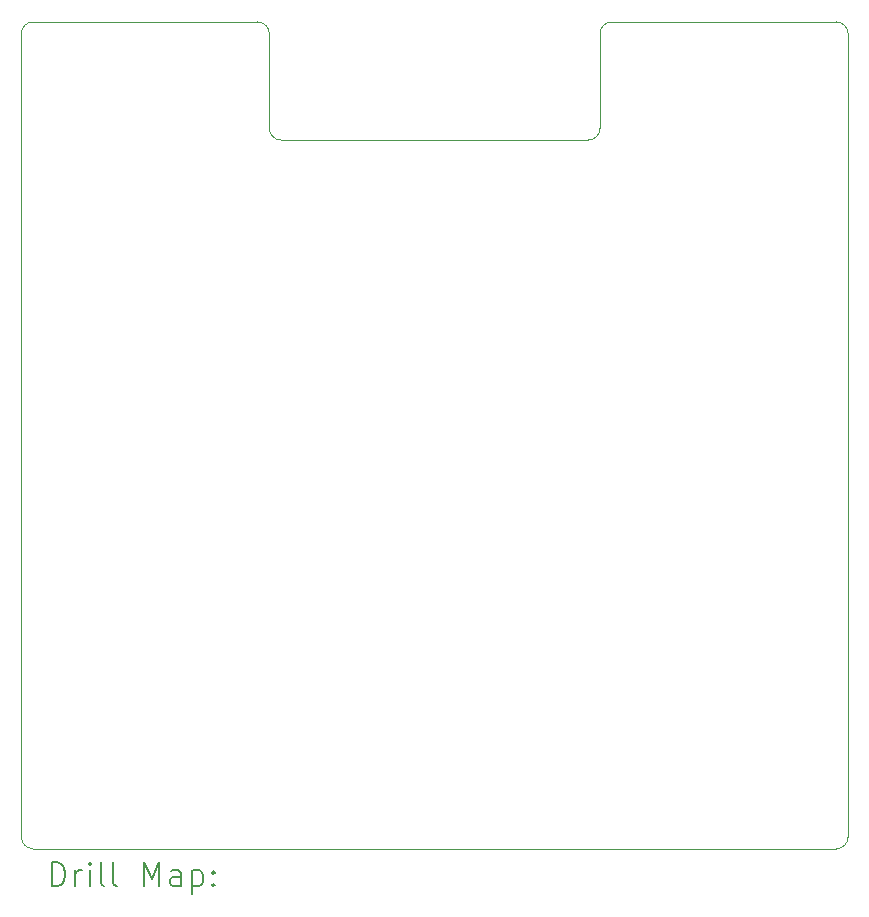
<source format=gbr>
%TF.GenerationSoftware,KiCad,Pcbnew,8.0.0*%
%TF.CreationDate,2024-03-16T12:32:34-04:00*%
%TF.ProjectId,AMP_PCBv3,414d505f-5043-4427-9633-2e6b69636164,A*%
%TF.SameCoordinates,Original*%
%TF.FileFunction,Drillmap*%
%TF.FilePolarity,Positive*%
%FSLAX45Y45*%
G04 Gerber Fmt 4.5, Leading zero omitted, Abs format (unit mm)*
G04 Created by KiCad (PCBNEW 8.0.0) date 2024-03-16 12:32:34*
%MOMM*%
%LPD*%
G01*
G04 APERTURE LIST*
%ADD10C,0.100000*%
%ADD11C,0.200000*%
G04 APERTURE END LIST*
D10*
X17775000Y-6850000D02*
G75*
G02*
X17875000Y-6950000I0J-100000D01*
G01*
X17875000Y-13750000D02*
G75*
G02*
X17775000Y-13850000I-100000J0D01*
G01*
X12975000Y-6950000D02*
X12975000Y-7750000D01*
X13075000Y-7850000D02*
X15675000Y-7850000D01*
X17875000Y-13750000D02*
X17875000Y-6950000D01*
X12875000Y-6850000D02*
G75*
G02*
X12975000Y-6950000I0J-100000D01*
G01*
X10875000Y-13750000D02*
X10875000Y-6950000D01*
X15875000Y-6850000D02*
X17775000Y-6850000D01*
X15775000Y-6950000D02*
G75*
G02*
X15875000Y-6850000I100000J0D01*
G01*
X15775000Y-7750000D02*
G75*
G02*
X15675000Y-7850000I-100000J0D01*
G01*
X15775000Y-6950000D02*
X15775000Y-7750000D01*
X10875000Y-6950000D02*
G75*
G02*
X10975000Y-6850000I100000J0D01*
G01*
X10975000Y-13850000D02*
X17775000Y-13850000D01*
X10975000Y-6850000D02*
X12875000Y-6850000D01*
X10975000Y-13850000D02*
G75*
G02*
X10875000Y-13750000I0J100000D01*
G01*
X13075000Y-7850000D02*
G75*
G02*
X12975000Y-7750000I0J100000D01*
G01*
D11*
X11130777Y-14166484D02*
X11130777Y-13966484D01*
X11130777Y-13966484D02*
X11178396Y-13966484D01*
X11178396Y-13966484D02*
X11206967Y-13976008D01*
X11206967Y-13976008D02*
X11226015Y-13995055D01*
X11226015Y-13995055D02*
X11235539Y-14014103D01*
X11235539Y-14014103D02*
X11245062Y-14052198D01*
X11245062Y-14052198D02*
X11245062Y-14080769D01*
X11245062Y-14080769D02*
X11235539Y-14118865D01*
X11235539Y-14118865D02*
X11226015Y-14137912D01*
X11226015Y-14137912D02*
X11206967Y-14156960D01*
X11206967Y-14156960D02*
X11178396Y-14166484D01*
X11178396Y-14166484D02*
X11130777Y-14166484D01*
X11330777Y-14166484D02*
X11330777Y-14033150D01*
X11330777Y-14071246D02*
X11340301Y-14052198D01*
X11340301Y-14052198D02*
X11349824Y-14042674D01*
X11349824Y-14042674D02*
X11368872Y-14033150D01*
X11368872Y-14033150D02*
X11387920Y-14033150D01*
X11454586Y-14166484D02*
X11454586Y-14033150D01*
X11454586Y-13966484D02*
X11445062Y-13976008D01*
X11445062Y-13976008D02*
X11454586Y-13985531D01*
X11454586Y-13985531D02*
X11464110Y-13976008D01*
X11464110Y-13976008D02*
X11454586Y-13966484D01*
X11454586Y-13966484D02*
X11454586Y-13985531D01*
X11578396Y-14166484D02*
X11559348Y-14156960D01*
X11559348Y-14156960D02*
X11549824Y-14137912D01*
X11549824Y-14137912D02*
X11549824Y-13966484D01*
X11683158Y-14166484D02*
X11664110Y-14156960D01*
X11664110Y-14156960D02*
X11654586Y-14137912D01*
X11654586Y-14137912D02*
X11654586Y-13966484D01*
X11911729Y-14166484D02*
X11911729Y-13966484D01*
X11911729Y-13966484D02*
X11978396Y-14109341D01*
X11978396Y-14109341D02*
X12045062Y-13966484D01*
X12045062Y-13966484D02*
X12045062Y-14166484D01*
X12226015Y-14166484D02*
X12226015Y-14061722D01*
X12226015Y-14061722D02*
X12216491Y-14042674D01*
X12216491Y-14042674D02*
X12197443Y-14033150D01*
X12197443Y-14033150D02*
X12159348Y-14033150D01*
X12159348Y-14033150D02*
X12140301Y-14042674D01*
X12226015Y-14156960D02*
X12206967Y-14166484D01*
X12206967Y-14166484D02*
X12159348Y-14166484D01*
X12159348Y-14166484D02*
X12140301Y-14156960D01*
X12140301Y-14156960D02*
X12130777Y-14137912D01*
X12130777Y-14137912D02*
X12130777Y-14118865D01*
X12130777Y-14118865D02*
X12140301Y-14099817D01*
X12140301Y-14099817D02*
X12159348Y-14090293D01*
X12159348Y-14090293D02*
X12206967Y-14090293D01*
X12206967Y-14090293D02*
X12226015Y-14080769D01*
X12321253Y-14033150D02*
X12321253Y-14233150D01*
X12321253Y-14042674D02*
X12340301Y-14033150D01*
X12340301Y-14033150D02*
X12378396Y-14033150D01*
X12378396Y-14033150D02*
X12397443Y-14042674D01*
X12397443Y-14042674D02*
X12406967Y-14052198D01*
X12406967Y-14052198D02*
X12416491Y-14071246D01*
X12416491Y-14071246D02*
X12416491Y-14128388D01*
X12416491Y-14128388D02*
X12406967Y-14147436D01*
X12406967Y-14147436D02*
X12397443Y-14156960D01*
X12397443Y-14156960D02*
X12378396Y-14166484D01*
X12378396Y-14166484D02*
X12340301Y-14166484D01*
X12340301Y-14166484D02*
X12321253Y-14156960D01*
X12502205Y-14147436D02*
X12511729Y-14156960D01*
X12511729Y-14156960D02*
X12502205Y-14166484D01*
X12502205Y-14166484D02*
X12492682Y-14156960D01*
X12492682Y-14156960D02*
X12502205Y-14147436D01*
X12502205Y-14147436D02*
X12502205Y-14166484D01*
X12502205Y-14042674D02*
X12511729Y-14052198D01*
X12511729Y-14052198D02*
X12502205Y-14061722D01*
X12502205Y-14061722D02*
X12492682Y-14052198D01*
X12492682Y-14052198D02*
X12502205Y-14042674D01*
X12502205Y-14042674D02*
X12502205Y-14061722D01*
M02*

</source>
